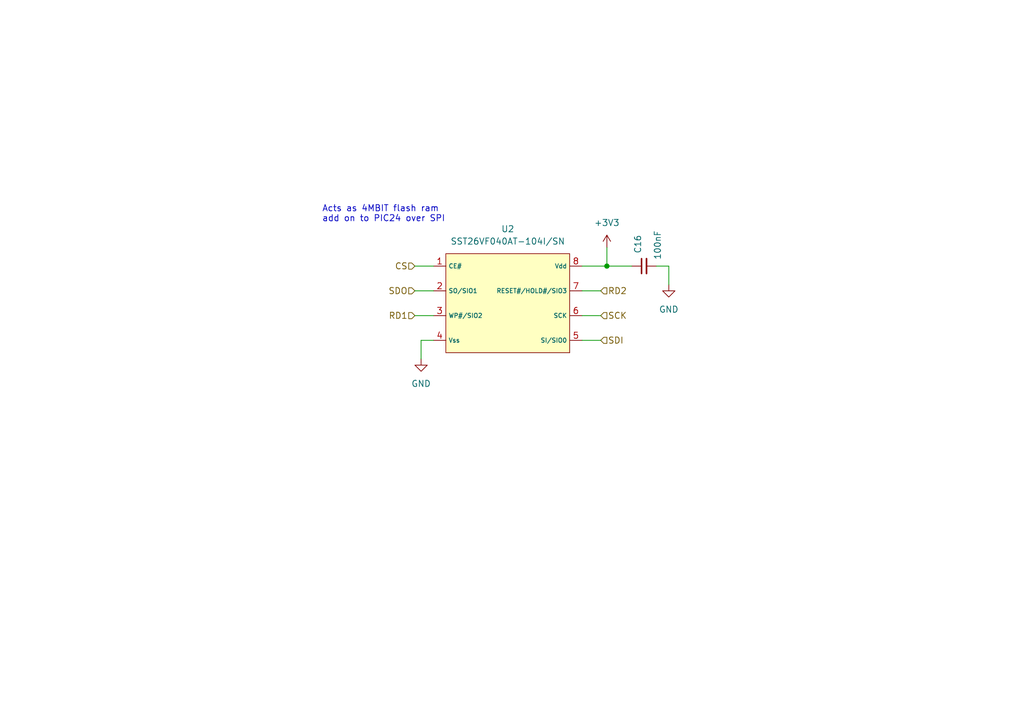
<source format=kicad_sch>
(kicad_sch (version 20211123) (generator eeschema)
  (paper "A5")
  (lib_symbols
    (symbol "Device:C_Small" (pin_numbers hide) (pin_names (offset 0.254) hide)
      (property "Reference" "C" (at 0.254 1.778 0))
      (property "Value" "C_Small" (at 0.254 -2.032 0))
      (symbol "C_Small_0_1"
        (polyline (pts (xy -1.524 -0.508) (xy 1.524 -0.508)) (stroke (width 0.3302)))
        (polyline (pts (xy -1.524 0.508) (xy 1.524 0.508)) (stroke (width 0.3048)))
      )
      (symbol "C_Small_1_1"
        (pin passive line (at 0 2.54 270) (length 2.032) (name "~") (number "1"))
        (pin passive line (at 0 -2.54 90) (length 2.032) (name "~") (number "2"))
      )
    )
    (symbol "Memory_Flash:SST26VF040AT-104I{slash}SN"
      (property "Reference" "U" (at 0 0 0))
      (property "Value" "SST26VF040AT-104I{slash}SN" (at 0 2.54 0))
      (symbol "SST26VF040AT-104I{slash}SN_0_0"
        (text "" (at 0 -33.02 0) (effects (font (size 1.27 1.27))))
      )
      (symbol "SST26VF040AT-104I{slash}SN_0_1"
        (rectangle (start -12.7 -2.54) (end 12.7 -22.86) (fill (type background)))
      )
      (symbol "SST26VF040AT-104I{slash}SN_1_1"
        (pin input line (at -15.24 -5.08 0) (length 2.54) (name "CE#") (number "1"))
        (pin input line (at -15.24 -10.16 0) (length 2.54) (name "SO/SIO1") (number "2"))
        (pin input line (at -15.24 -15.24 0) (length 2.54) (name "WP#/SIO2") (number "3"))
        (pin input line (at -15.24 -20.32 0) (length 2.54) (name "Vss") (number "4"))
        (pin input line (at 15.24 -20.32 180) (length 2.54) (name "SI/SIO0") (number "5"))
        (pin input line (at 15.24 -15.24 180) (length 2.54) (name "SCK") (number "6"))
        (pin input line (at 15.24 -10.16 180) (length 2.54) (name "RESET#/HOLD#/SIO3") (number "7"))
        (pin input line (at 15.24 -5.08 180) (length 2.54) (name "Vdd") (number "8"))
      )
    )
    (symbol "power:+3.3V" (power) (pin_names (offset 0))
      (property "Value" "+3.3V" (at 0 3.556 0))
      (symbol "+3.3V_0_1"
        (polyline (pts (xy -0.762 1.27) (xy 0 2.54)))
        (polyline (pts (xy 0 0) (xy 0 2.54)))
        (polyline (pts (xy 0 2.54) (xy 0.762 1.27)))
      )
      (symbol "+3.3V_1_1"
        (pin power_in line (at 0 0 90) (length 0) hide (name "+3V3") (number "1"))
      )
    )
    (symbol "power:GND" (power) (pin_names (offset 0))
      (property "Value" "GND" (at 0 -3.81 0))
      (symbol "GND_0_1"
        (polyline (pts (xy 0 0) (xy 0 -1.27) (xy 1.27 -1.27) (xy 0 -2.54) (xy -1.27 -1.27) (xy 0 -1.27)))
      )
      (symbol "GND_1_1"
        (pin power_in line (at 0 0 270) (length 0) hide (name "GND") (number "1"))
      )
    )
  )
  (junction (at 124.46 54.61))
  (wire (pts (xy 137.16 54.61) (xy 137.16 58.42)))
  (wire (pts (xy 123.19 59.69) (xy 119.38 59.69)))
  (wire (pts (xy 85.09 64.77) (xy 88.9 64.77)))
  (wire (pts (xy 123.19 64.77) (xy 119.38 64.77)))
  (wire (pts (xy 124.46 54.61) (xy 129.54 54.61)))
  (wire (pts (xy 124.46 54.61) (xy 119.38 54.61)))
  (wire (pts (xy 86.36 69.85) (xy 86.36 73.66)))
  (wire (pts (xy 124.46 50.8) (xy 124.46 54.61)))
  (wire (pts (xy 85.09 59.69) (xy 88.9 59.69)))
  (wire (pts (xy 85.09 54.61) (xy 88.9 54.61)))
  (wire (pts (xy 88.9 69.85) (xy 86.36 69.85)))
  (wire (pts (xy 123.19 69.85) (xy 119.38 69.85)))
  (wire (pts (xy 134.62 54.61) (xy 137.16 54.61)))
  (text "Acts as 4MBIT flash ram\nadd on to PIC24 over SPI" (at 66.04 45.72 0) (effects (font (size 1.27 1.27)) (justify left bottom)))
  (hierarchical_label "RD1" (shape input) (at 85.09 64.77 180))
  (hierarchical_label "SDI" (shape input) (at 123.19 69.85 0))
  (hierarchical_label "CS" (shape input) (at 85.09 54.61 180))
  (hierarchical_label "SDO" (shape input) (at 85.09 59.69 180))
  (hierarchical_label "RD2" (shape input) (at 123.19 59.69 0))
  (hierarchical_label "SCK" (shape input) (at 123.19 64.77 0))
  (symbol (lib_id "power:GND") (at 86.36 73.66 0) (unit 1)
    (property "Reference" "#PWR032" (effects hide))
    (property "Value" "GND" (at 86.36 78.74 0))
  )
  (symbol (lib_id "power:GND") (at 137.16 58.42 0) (unit 1)
    (property "Reference" "#PWR034" (effects hide))
    (property "Value" "GND" (at 137.16 63.5 0))
  )
  (symbol (lib_id "Device:C_Small") (at 132.08 54.61 90) (unit 1)
    (property "Reference" "C16" (at 130.8162 52.07 0) (effects (justify left)))
    (property "Value" "100nF" (at 134.8651 53.34 0) (effects (justify left)))
    (property "Footprint" "Capacitor_SMD:C_0603_1608Metric" (effects hide))
  )
  (symbol (lib_id "Memory_Flash:SST26VF040AT-104I{slash}SN") (at 104.14 49.53 0) (unit 1)
    (property "Reference" "U2" (at 104.14 46.99 0))
    (property "Value" "SST26VF040AT-104I/SN" (at 104.14 49.53 0))
    (property "Footprint" "Package_SO:SOIC-8W_5.3x5.3mm_P1.27mm" (effects hide))
    (property "Datasheet" "https://www.mouser.com/datasheet/2/268/SST26VF040A_2_5V_3_0V_4_Mbit_Serial_Quad_IO__SQI__-2504531.pdf" (effects hide))
  )
  (symbol (lib_id "power:+3.3V") (at 124.46 50.8 0) (unit 1)
    (property "Reference" "#PWR033" (effects hide))
    (property "Value" "+3.3V" (at 124.46 45.72 0))
  )
)
</source>
